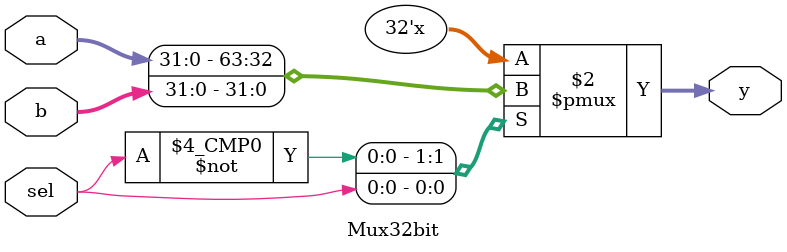
<source format=v>
module Mux32bit (y,a,b,sel);
  output reg [31:0] y;
  input wire [31:0] a,b;
  input wire sel;

always@(*)

begin
  casez(sel)
    1'b0: y<=a;
    1'b1: y<=b;
    default: y<=1'bz;
  endcase
end

endmodule



</source>
